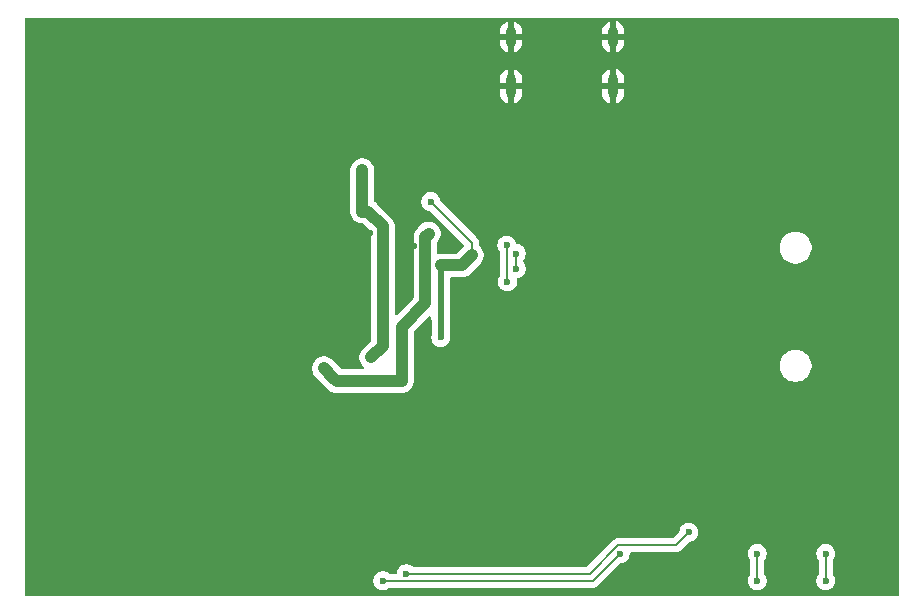
<source format=gbr>
%TF.GenerationSoftware,KiCad,Pcbnew,9.0.2*%
%TF.CreationDate,2025-06-25T14:41:33+05:30*%
%TF.ProjectId,DevBoard_F1C100s,44657642-6f61-4726-945f-463143313030,rev?*%
%TF.SameCoordinates,Original*%
%TF.FileFunction,Copper,L2,Bot*%
%TF.FilePolarity,Positive*%
%FSLAX46Y46*%
G04 Gerber Fmt 4.6, Leading zero omitted, Abs format (unit mm)*
G04 Created by KiCad (PCBNEW 9.0.2) date 2025-06-25 14:41:33*
%MOMM*%
%LPD*%
G01*
G04 APERTURE LIST*
%TA.AperFunction,HeatsinkPad*%
%ADD10O,0.900000X1.700000*%
%TD*%
%TA.AperFunction,HeatsinkPad*%
%ADD11O,0.900000X2.000000*%
%TD*%
%TA.AperFunction,ViaPad*%
%ADD12C,0.600000*%
%TD*%
%TA.AperFunction,Conductor*%
%ADD13C,0.200000*%
%TD*%
%TA.AperFunction,Conductor*%
%ADD14C,1.000000*%
%TD*%
%TA.AperFunction,Conductor*%
%ADD15C,0.500000*%
%TD*%
G04 APERTURE END LIST*
D10*
%TO.P,J101,S1,SHIELD*%
%TO.N,GND*%
X164867500Y-99260000D03*
D11*
X164867500Y-103430000D03*
D10*
X173507500Y-99260000D03*
D11*
X173507500Y-103430000D03*
%TD*%
D12*
%TO.N,GND*%
X195400000Y-108750000D03*
X192550000Y-108750000D03*
X189650000Y-108750000D03*
X189700000Y-101200000D03*
X155300000Y-132350000D03*
X165000000Y-142800000D03*
X186500000Y-108250000D03*
X184450000Y-124800000D03*
X184400000Y-117900000D03*
X196200000Y-133750000D03*
X190400000Y-133800000D03*
X184650000Y-133800000D03*
X177700000Y-130150000D03*
X178800000Y-133850000D03*
X172250000Y-134850000D03*
X173400000Y-130950000D03*
X170500000Y-125150000D03*
X169450000Y-118900000D03*
%TO.N,/3V3*%
X158050000Y-113200000D03*
%TO.N,GND*%
X168600000Y-110450000D03*
X163000000Y-108750000D03*
X158150000Y-99300000D03*
X157850000Y-103350000D03*
X155350000Y-102600000D03*
X149850000Y-102550000D03*
X151900000Y-104100000D03*
X149550000Y-109150000D03*
X147550000Y-106700000D03*
X146450000Y-107350000D03*
X145450000Y-103650000D03*
X138000000Y-102600000D03*
X138000000Y-108300000D03*
X124300000Y-108900000D03*
X124300000Y-105200000D03*
X131900000Y-98850000D03*
X152916535Y-115899608D03*
%TO.N,/2V6*%
X152250000Y-114050000D03*
%TO.N,GND*%
X156600000Y-116950000D03*
%TO.N,/3V3*%
X161550000Y-117750000D03*
X158900000Y-118600000D03*
X158900000Y-119700000D03*
X158900000Y-121500000D03*
X158900000Y-123100000D03*
X158900000Y-124700000D03*
%TO.N,/2V6*%
X153000000Y-126400000D03*
X152251000Y-110551000D03*
%TO.N,/1V1*%
X155600000Y-128400000D03*
X149014265Y-127314265D03*
X149800000Y-128100000D03*
X157901000Y-115907636D03*
%TO.N,/SW0*%
X179900000Y-141200000D03*
X156000000Y-144700000D03*
%TO.N,/SW1*%
X154000000Y-145300000D03*
X174100000Y-143000000D03*
%TO.N,/SW3*%
X191500000Y-143000000D03*
X191500000Y-145300000D03*
%TO.N,/SW2*%
X185700000Y-143000000D03*
X185700000Y-145300000D03*
%TO.N,/SPI0_MISO*%
X165300000Y-118879000D03*
X165300000Y-117600000D03*
%TO.N,/SPI0_CS*%
X164551473Y-120000000D03*
X164500000Y-116900000D03*
%TD*%
D13*
%TO.N,/3V3*%
X161550000Y-116700000D02*
X161550000Y-117750000D01*
X158050000Y-113200000D02*
X161550000Y-116700000D01*
D14*
%TO.N,/2V6*%
X154000000Y-115300000D02*
X154000000Y-125400000D01*
X152750000Y-114050000D02*
X154000000Y-115300000D01*
X154000000Y-125400000D02*
X153000000Y-126400000D01*
X152250000Y-114050000D02*
X152750000Y-114050000D01*
X152251000Y-110551000D02*
X152250000Y-110552000D01*
X152250000Y-110552000D02*
X152250000Y-114050000D01*
%TO.N,/3V3*%
X160700000Y-118600000D02*
X158900000Y-118600000D01*
X161550000Y-117750000D02*
X160700000Y-118600000D01*
%TO.N,/1V1*%
X155600000Y-123800000D02*
X155600000Y-128400000D01*
X150100000Y-128400000D02*
X149800000Y-128100000D01*
X157600000Y-116208636D02*
X157600000Y-121800000D01*
X155600000Y-128400000D02*
X150100000Y-128400000D01*
X157901000Y-115907636D02*
X157600000Y-116208636D01*
X149800000Y-128100000D02*
X149014265Y-127314265D01*
X157600000Y-121800000D02*
X155600000Y-123800000D01*
D13*
%TO.N,/SW0*%
X171500000Y-144700000D02*
X173900000Y-142300000D01*
X178800000Y-142300000D02*
X179900000Y-141200000D01*
X156000000Y-144700000D02*
X171500000Y-144700000D01*
X173900000Y-142300000D02*
X178800000Y-142300000D01*
%TO.N,/SW1*%
X154000000Y-145300000D02*
X171800000Y-145300000D01*
X171800000Y-145300000D02*
X174100000Y-143000000D01*
%TO.N,/SW3*%
X191500000Y-143000000D02*
X191500000Y-145300000D01*
%TO.N,/SW2*%
X185700000Y-143000000D02*
X185700000Y-145300000D01*
%TO.N,/SPI0_MISO*%
X165300000Y-118879000D02*
X165300000Y-117600000D01*
%TO.N,/SPI0_CS*%
X164500000Y-116900000D02*
X164500000Y-119948527D01*
X164500000Y-119948527D02*
X164551473Y-120000000D01*
D15*
%TO.N,/3V3*%
X158900000Y-118600000D02*
X158900000Y-123100000D01*
X158900000Y-123100000D02*
X158900000Y-124700000D01*
%TD*%
%TA.AperFunction,Conductor*%
%TO.N,GND*%
G36*
X197642539Y-97650185D02*
G01*
X197688294Y-97702989D01*
X197699500Y-97754500D01*
X197699500Y-146505500D01*
X197679815Y-146572539D01*
X197627011Y-146618294D01*
X197575500Y-146629500D01*
X123824500Y-146629500D01*
X123757461Y-146609815D01*
X123711706Y-146557011D01*
X123700500Y-146505500D01*
X123700500Y-145221153D01*
X153199500Y-145221153D01*
X153199500Y-145378846D01*
X153230261Y-145533489D01*
X153230264Y-145533501D01*
X153290602Y-145679172D01*
X153290609Y-145679185D01*
X153378210Y-145810288D01*
X153378213Y-145810292D01*
X153489707Y-145921786D01*
X153489711Y-145921789D01*
X153620814Y-146009390D01*
X153620827Y-146009397D01*
X153766498Y-146069735D01*
X153766503Y-146069737D01*
X153921153Y-146100499D01*
X153921156Y-146100500D01*
X153921158Y-146100500D01*
X154078844Y-146100500D01*
X154078845Y-146100499D01*
X154233497Y-146069737D01*
X154379179Y-146009394D01*
X154379185Y-146009390D01*
X154510875Y-145921398D01*
X154577553Y-145900520D01*
X154579766Y-145900500D01*
X171713331Y-145900500D01*
X171713347Y-145900501D01*
X171720943Y-145900501D01*
X171879054Y-145900501D01*
X171879057Y-145900501D01*
X172031785Y-145859577D01*
X172081904Y-145830639D01*
X172168716Y-145780520D01*
X172280520Y-145668716D01*
X172280520Y-145668714D01*
X172290728Y-145658507D01*
X172290729Y-145658504D01*
X174114662Y-143834572D01*
X174175983Y-143801089D01*
X174178150Y-143800638D01*
X174236085Y-143789113D01*
X174333497Y-143769737D01*
X174479179Y-143709394D01*
X174610289Y-143621789D01*
X174721789Y-143510289D01*
X174809394Y-143379179D01*
X174869737Y-143233497D01*
X174900500Y-143078842D01*
X174900500Y-143024500D01*
X174920185Y-142957461D01*
X174962087Y-142921153D01*
X184899500Y-142921153D01*
X184899500Y-143078846D01*
X184930261Y-143233489D01*
X184930264Y-143233501D01*
X184990602Y-143379172D01*
X184990609Y-143379185D01*
X185078602Y-143510874D01*
X185099480Y-143577551D01*
X185099500Y-143579765D01*
X185099500Y-144720234D01*
X185079815Y-144787273D01*
X185078602Y-144789125D01*
X184990609Y-144920814D01*
X184990602Y-144920827D01*
X184930264Y-145066498D01*
X184930261Y-145066510D01*
X184899500Y-145221153D01*
X184899500Y-145378846D01*
X184930261Y-145533489D01*
X184930264Y-145533501D01*
X184990602Y-145679172D01*
X184990609Y-145679185D01*
X185078210Y-145810288D01*
X185078213Y-145810292D01*
X185189707Y-145921786D01*
X185189711Y-145921789D01*
X185320814Y-146009390D01*
X185320827Y-146009397D01*
X185466498Y-146069735D01*
X185466503Y-146069737D01*
X185621153Y-146100499D01*
X185621156Y-146100500D01*
X185621158Y-146100500D01*
X185778844Y-146100500D01*
X185778845Y-146100499D01*
X185933497Y-146069737D01*
X186079179Y-146009394D01*
X186210289Y-145921789D01*
X186321789Y-145810289D01*
X186409394Y-145679179D01*
X186469737Y-145533497D01*
X186500500Y-145378842D01*
X186500500Y-145221158D01*
X186500500Y-145221155D01*
X186500499Y-145221153D01*
X186469738Y-145066510D01*
X186469737Y-145066503D01*
X186469735Y-145066498D01*
X186409397Y-144920827D01*
X186409390Y-144920814D01*
X186321398Y-144789125D01*
X186300520Y-144722447D01*
X186300500Y-144720234D01*
X186300500Y-143579765D01*
X186320185Y-143512726D01*
X186321398Y-143510874D01*
X186409390Y-143379185D01*
X186409390Y-143379184D01*
X186409394Y-143379179D01*
X186469737Y-143233497D01*
X186500500Y-143078842D01*
X186500500Y-142921158D01*
X186500500Y-142921155D01*
X186500499Y-142921153D01*
X190699500Y-142921153D01*
X190699500Y-143078846D01*
X190730261Y-143233489D01*
X190730264Y-143233501D01*
X190790602Y-143379172D01*
X190790609Y-143379185D01*
X190878602Y-143510874D01*
X190899480Y-143577551D01*
X190899500Y-143579765D01*
X190899500Y-144720234D01*
X190879815Y-144787273D01*
X190878602Y-144789125D01*
X190790609Y-144920814D01*
X190790602Y-144920827D01*
X190730264Y-145066498D01*
X190730261Y-145066510D01*
X190699500Y-145221153D01*
X190699500Y-145378846D01*
X190730261Y-145533489D01*
X190730264Y-145533501D01*
X190790602Y-145679172D01*
X190790609Y-145679185D01*
X190878210Y-145810288D01*
X190878213Y-145810292D01*
X190989707Y-145921786D01*
X190989711Y-145921789D01*
X191120814Y-146009390D01*
X191120827Y-146009397D01*
X191266498Y-146069735D01*
X191266503Y-146069737D01*
X191421153Y-146100499D01*
X191421156Y-146100500D01*
X191421158Y-146100500D01*
X191578844Y-146100500D01*
X191578845Y-146100499D01*
X191733497Y-146069737D01*
X191879179Y-146009394D01*
X192010289Y-145921789D01*
X192121789Y-145810289D01*
X192209394Y-145679179D01*
X192269737Y-145533497D01*
X192300500Y-145378842D01*
X192300500Y-145221158D01*
X192300500Y-145221155D01*
X192300499Y-145221153D01*
X192269738Y-145066510D01*
X192269737Y-145066503D01*
X192269735Y-145066498D01*
X192209397Y-144920827D01*
X192209390Y-144920814D01*
X192121398Y-144789125D01*
X192100520Y-144722447D01*
X192100500Y-144720234D01*
X192100500Y-143579765D01*
X192120185Y-143512726D01*
X192121398Y-143510874D01*
X192209390Y-143379185D01*
X192209390Y-143379184D01*
X192209394Y-143379179D01*
X192269737Y-143233497D01*
X192300500Y-143078842D01*
X192300500Y-142921158D01*
X192300500Y-142921155D01*
X192300499Y-142921153D01*
X192272525Y-142780520D01*
X192269737Y-142766503D01*
X192229233Y-142668716D01*
X192209397Y-142620827D01*
X192209390Y-142620814D01*
X192121789Y-142489711D01*
X192121786Y-142489707D01*
X192010292Y-142378213D01*
X192010288Y-142378210D01*
X191879185Y-142290609D01*
X191879172Y-142290602D01*
X191733501Y-142230264D01*
X191733489Y-142230261D01*
X191578845Y-142199500D01*
X191578842Y-142199500D01*
X191421158Y-142199500D01*
X191421155Y-142199500D01*
X191266510Y-142230261D01*
X191266498Y-142230264D01*
X191120827Y-142290602D01*
X191120814Y-142290609D01*
X190989711Y-142378210D01*
X190989707Y-142378213D01*
X190878213Y-142489707D01*
X190878210Y-142489711D01*
X190790609Y-142620814D01*
X190790602Y-142620827D01*
X190730264Y-142766498D01*
X190730261Y-142766510D01*
X190699500Y-142921153D01*
X186500499Y-142921153D01*
X186472525Y-142780520D01*
X186469737Y-142766503D01*
X186429233Y-142668716D01*
X186409397Y-142620827D01*
X186409390Y-142620814D01*
X186321789Y-142489711D01*
X186321786Y-142489707D01*
X186210292Y-142378213D01*
X186210288Y-142378210D01*
X186079185Y-142290609D01*
X186079172Y-142290602D01*
X185933501Y-142230264D01*
X185933489Y-142230261D01*
X185778845Y-142199500D01*
X185778842Y-142199500D01*
X185621158Y-142199500D01*
X185621155Y-142199500D01*
X185466510Y-142230261D01*
X185466498Y-142230264D01*
X185320827Y-142290602D01*
X185320814Y-142290609D01*
X185189711Y-142378210D01*
X185189707Y-142378213D01*
X185078213Y-142489707D01*
X185078210Y-142489711D01*
X184990609Y-142620814D01*
X184990602Y-142620827D01*
X184930264Y-142766498D01*
X184930261Y-142766510D01*
X184899500Y-142921153D01*
X174962087Y-142921153D01*
X174972989Y-142911706D01*
X175024500Y-142900500D01*
X178713331Y-142900500D01*
X178713347Y-142900501D01*
X178720943Y-142900501D01*
X178879054Y-142900501D01*
X178879057Y-142900501D01*
X179031785Y-142859577D01*
X179117211Y-142810256D01*
X179168716Y-142780520D01*
X179280520Y-142668716D01*
X179280520Y-142668714D01*
X179290724Y-142658511D01*
X179290727Y-142658506D01*
X179914662Y-142034572D01*
X179975983Y-142001089D01*
X179978150Y-142000638D01*
X180036085Y-141989113D01*
X180133497Y-141969737D01*
X180279179Y-141909394D01*
X180410289Y-141821789D01*
X180521789Y-141710289D01*
X180609394Y-141579179D01*
X180669737Y-141433497D01*
X180700500Y-141278842D01*
X180700500Y-141121158D01*
X180700500Y-141121155D01*
X180700499Y-141121153D01*
X180669738Y-140966510D01*
X180669738Y-140966508D01*
X180669737Y-140966503D01*
X180669735Y-140966498D01*
X180609397Y-140820827D01*
X180609390Y-140820814D01*
X180521789Y-140689711D01*
X180521786Y-140689707D01*
X180410292Y-140578213D01*
X180410288Y-140578210D01*
X180279185Y-140490609D01*
X180279172Y-140490602D01*
X180133501Y-140430264D01*
X180133489Y-140430261D01*
X179978845Y-140399500D01*
X179978842Y-140399500D01*
X179821158Y-140399500D01*
X179821155Y-140399500D01*
X179666510Y-140430261D01*
X179666498Y-140430264D01*
X179520827Y-140490602D01*
X179520814Y-140490609D01*
X179389711Y-140578210D01*
X179389707Y-140578213D01*
X179278213Y-140689707D01*
X179278210Y-140689711D01*
X179190609Y-140820814D01*
X179190602Y-140820827D01*
X179130264Y-140966498D01*
X179130261Y-140966508D01*
X179099361Y-141121850D01*
X179066976Y-141183761D01*
X179065425Y-141185339D01*
X178587584Y-141663181D01*
X178526261Y-141696666D01*
X178499903Y-141699500D01*
X173986670Y-141699500D01*
X173986654Y-141699499D01*
X173979058Y-141699499D01*
X173820943Y-141699499D01*
X173744579Y-141719961D01*
X173668214Y-141740423D01*
X173668209Y-141740426D01*
X173531290Y-141819475D01*
X173531282Y-141819481D01*
X171287584Y-144063181D01*
X171226261Y-144096666D01*
X171199903Y-144099500D01*
X156579766Y-144099500D01*
X156512727Y-144079815D01*
X156510875Y-144078602D01*
X156379185Y-143990609D01*
X156379172Y-143990602D01*
X156233501Y-143930264D01*
X156233489Y-143930261D01*
X156078845Y-143899500D01*
X156078842Y-143899500D01*
X155921158Y-143899500D01*
X155921155Y-143899500D01*
X155766510Y-143930261D01*
X155766498Y-143930264D01*
X155620827Y-143990602D01*
X155620814Y-143990609D01*
X155489711Y-144078210D01*
X155489707Y-144078213D01*
X155378213Y-144189707D01*
X155378210Y-144189711D01*
X155290609Y-144320814D01*
X155290602Y-144320827D01*
X155230264Y-144466498D01*
X155230261Y-144466508D01*
X155203769Y-144599692D01*
X155171384Y-144661603D01*
X155110668Y-144696177D01*
X155082152Y-144699500D01*
X154579766Y-144699500D01*
X154512727Y-144679815D01*
X154510875Y-144678602D01*
X154379185Y-144590609D01*
X154379172Y-144590602D01*
X154233501Y-144530264D01*
X154233489Y-144530261D01*
X154078845Y-144499500D01*
X154078842Y-144499500D01*
X153921158Y-144499500D01*
X153921155Y-144499500D01*
X153766510Y-144530261D01*
X153766498Y-144530264D01*
X153620827Y-144590602D01*
X153620814Y-144590609D01*
X153489711Y-144678210D01*
X153489707Y-144678213D01*
X153378213Y-144789707D01*
X153378210Y-144789711D01*
X153290609Y-144920814D01*
X153290602Y-144920827D01*
X153230264Y-145066498D01*
X153230261Y-145066510D01*
X153199500Y-145221153D01*
X123700500Y-145221153D01*
X123700500Y-127215720D01*
X148013765Y-127215720D01*
X148013765Y-127412809D01*
X148052212Y-127606093D01*
X148052214Y-127606101D01*
X148127632Y-127788175D01*
X148127637Y-127788185D01*
X148237125Y-127952045D01*
X148237128Y-127952049D01*
X149022861Y-128737781D01*
X149319735Y-129034655D01*
X149319764Y-129034686D01*
X149462214Y-129177136D01*
X149462218Y-129177139D01*
X149626079Y-129286628D01*
X149626092Y-129286635D01*
X149754833Y-129339961D01*
X149797744Y-129357735D01*
X149808164Y-129362051D01*
X149904812Y-129381275D01*
X149953135Y-129390887D01*
X150001458Y-129400500D01*
X150001459Y-129400500D01*
X155698543Y-129400500D01*
X155828582Y-129374632D01*
X155891835Y-129362051D01*
X156073914Y-129286632D01*
X156237782Y-129177139D01*
X156377139Y-129037782D01*
X156486632Y-128873914D01*
X156562051Y-128691835D01*
X156600500Y-128498541D01*
X156600500Y-126993713D01*
X187599500Y-126993713D01*
X187599500Y-127054381D01*
X187599500Y-127206287D01*
X187604427Y-127237395D01*
X187629820Y-127397722D01*
X187632754Y-127416243D01*
X187694440Y-127606093D01*
X187698444Y-127618414D01*
X187794951Y-127807820D01*
X187919890Y-127979786D01*
X188070213Y-128130109D01*
X188242179Y-128255048D01*
X188242181Y-128255049D01*
X188242184Y-128255051D01*
X188431588Y-128351557D01*
X188633757Y-128417246D01*
X188843713Y-128450500D01*
X188843714Y-128450500D01*
X189056286Y-128450500D01*
X189056287Y-128450500D01*
X189266243Y-128417246D01*
X189468412Y-128351557D01*
X189657816Y-128255051D01*
X189679789Y-128239086D01*
X189829786Y-128130109D01*
X189829788Y-128130106D01*
X189829792Y-128130104D01*
X189980104Y-127979792D01*
X189980106Y-127979788D01*
X189980109Y-127979786D01*
X190105048Y-127807820D01*
X190105047Y-127807820D01*
X190105051Y-127807816D01*
X190201557Y-127618412D01*
X190267246Y-127416243D01*
X190300500Y-127206287D01*
X190300500Y-126993713D01*
X190267246Y-126783757D01*
X190201557Y-126581588D01*
X190105051Y-126392184D01*
X190105049Y-126392181D01*
X190105048Y-126392179D01*
X189980109Y-126220213D01*
X189829786Y-126069890D01*
X189657820Y-125944951D01*
X189468414Y-125848444D01*
X189468413Y-125848443D01*
X189468412Y-125848443D01*
X189266243Y-125782754D01*
X189266241Y-125782753D01*
X189266240Y-125782753D01*
X189104957Y-125757208D01*
X189056287Y-125749500D01*
X188843713Y-125749500D01*
X188795042Y-125757208D01*
X188633760Y-125782753D01*
X188431585Y-125848444D01*
X188242179Y-125944951D01*
X188070213Y-126069890D01*
X187919890Y-126220213D01*
X187794951Y-126392179D01*
X187698444Y-126581585D01*
X187632753Y-126783760D01*
X187618475Y-126873910D01*
X187599500Y-126993713D01*
X156600500Y-126993713D01*
X156600500Y-124265782D01*
X156620185Y-124198743D01*
X156636819Y-124178101D01*
X157887852Y-122927067D01*
X157949173Y-122893584D01*
X158018865Y-122898568D01*
X158074798Y-122940440D01*
X158099215Y-123005904D01*
X158099094Y-123015066D01*
X158099500Y-123015066D01*
X158099500Y-123178846D01*
X158130261Y-123333489D01*
X158130263Y-123333497D01*
X158140061Y-123357151D01*
X158149500Y-123404604D01*
X158149500Y-124395396D01*
X158140062Y-124442844D01*
X158130263Y-124466503D01*
X158130262Y-124466506D01*
X158130260Y-124466511D01*
X158099500Y-124621153D01*
X158099500Y-124778846D01*
X158130261Y-124933489D01*
X158130264Y-124933501D01*
X158190602Y-125079172D01*
X158190609Y-125079185D01*
X158278210Y-125210288D01*
X158278213Y-125210292D01*
X158389707Y-125321786D01*
X158389711Y-125321789D01*
X158520814Y-125409390D01*
X158520827Y-125409397D01*
X158666498Y-125469735D01*
X158666503Y-125469737D01*
X158821153Y-125500499D01*
X158821156Y-125500500D01*
X158821158Y-125500500D01*
X158978844Y-125500500D01*
X158978845Y-125500499D01*
X159133497Y-125469737D01*
X159279179Y-125409394D01*
X159410289Y-125321789D01*
X159521789Y-125210289D01*
X159609394Y-125079179D01*
X159669737Y-124933497D01*
X159700500Y-124778842D01*
X159700500Y-124621158D01*
X159700500Y-124621155D01*
X159700499Y-124621153D01*
X159669739Y-124466511D01*
X159669738Y-124466508D01*
X159669737Y-124466503D01*
X159659937Y-124442844D01*
X159650500Y-124395396D01*
X159650500Y-123404604D01*
X159659939Y-123357151D01*
X159669737Y-123333497D01*
X159700500Y-123178842D01*
X159700500Y-123021158D01*
X159700500Y-123021155D01*
X159700499Y-123021153D01*
X159669739Y-122866511D01*
X159669738Y-122866508D01*
X159669737Y-122866503D01*
X159659937Y-122842844D01*
X159650500Y-122795396D01*
X159650500Y-121804604D01*
X159659939Y-121757151D01*
X159669737Y-121733497D01*
X159700500Y-121578842D01*
X159700500Y-121421158D01*
X159700500Y-121421155D01*
X159700499Y-121421153D01*
X159669739Y-121266511D01*
X159669738Y-121266508D01*
X159669737Y-121266503D01*
X159659937Y-121242844D01*
X159650500Y-121195396D01*
X159650500Y-120004604D01*
X159659939Y-119957151D01*
X159669737Y-119933497D01*
X159700500Y-119778842D01*
X159700500Y-119724500D01*
X159720185Y-119657461D01*
X159772989Y-119611706D01*
X159824500Y-119600500D01*
X160798542Y-119600500D01*
X160829566Y-119594328D01*
X160895188Y-119581275D01*
X160991836Y-119562051D01*
X161045165Y-119539961D01*
X161173914Y-119486632D01*
X161337782Y-119377139D01*
X161477139Y-119237782D01*
X161477139Y-119237780D01*
X161487347Y-119227573D01*
X161487348Y-119227570D01*
X162327140Y-118387781D01*
X162436632Y-118223914D01*
X162512052Y-118041835D01*
X162550501Y-117848540D01*
X162550501Y-117651459D01*
X162550501Y-117651456D01*
X162550500Y-117651454D01*
X162543928Y-117618414D01*
X162512052Y-117458164D01*
X162436632Y-117276085D01*
X162436631Y-117276084D01*
X162436628Y-117276078D01*
X162327140Y-117112218D01*
X162327137Y-117112214D01*
X162186819Y-116971896D01*
X162172115Y-116944968D01*
X162155523Y-116919150D01*
X162154631Y-116912949D01*
X162153334Y-116910573D01*
X162150500Y-116884215D01*
X162150500Y-116821153D01*
X163699500Y-116821153D01*
X163699500Y-116978846D01*
X163730261Y-117133489D01*
X163730264Y-117133501D01*
X163790602Y-117279172D01*
X163790609Y-117279185D01*
X163878602Y-117410874D01*
X163899480Y-117477551D01*
X163899500Y-117479765D01*
X163899500Y-119497269D01*
X163879815Y-119564308D01*
X163878602Y-119566159D01*
X163842085Y-119620810D01*
X163842075Y-119620828D01*
X163781737Y-119766498D01*
X163781734Y-119766510D01*
X163750973Y-119921153D01*
X163750973Y-120078846D01*
X163781734Y-120233489D01*
X163781737Y-120233501D01*
X163842075Y-120379172D01*
X163842082Y-120379185D01*
X163929683Y-120510288D01*
X163929686Y-120510292D01*
X164041180Y-120621786D01*
X164041184Y-120621789D01*
X164172287Y-120709390D01*
X164172300Y-120709397D01*
X164317971Y-120769735D01*
X164317976Y-120769737D01*
X164472626Y-120800499D01*
X164472629Y-120800500D01*
X164472631Y-120800500D01*
X164630317Y-120800500D01*
X164630318Y-120800499D01*
X164784970Y-120769737D01*
X164930652Y-120709394D01*
X165061762Y-120621789D01*
X165173262Y-120510289D01*
X165260867Y-120379179D01*
X165321210Y-120233497D01*
X165351973Y-120078842D01*
X165351973Y-119921158D01*
X165330947Y-119815455D01*
X165337174Y-119745866D01*
X165380036Y-119690688D01*
X165428373Y-119669648D01*
X165470471Y-119661273D01*
X165533497Y-119648737D01*
X165679179Y-119588394D01*
X165810289Y-119500789D01*
X165921789Y-119389289D01*
X166009394Y-119258179D01*
X166069737Y-119112497D01*
X166100500Y-118957842D01*
X166100500Y-118800158D01*
X166100500Y-118800155D01*
X166100499Y-118800153D01*
X166069738Y-118645510D01*
X166069737Y-118645503D01*
X166069735Y-118645498D01*
X166009397Y-118499827D01*
X166009390Y-118499814D01*
X165921398Y-118368125D01*
X165915747Y-118350078D01*
X165905523Y-118334169D01*
X165901071Y-118303207D01*
X165900520Y-118301447D01*
X165900500Y-118299234D01*
X165900500Y-118179765D01*
X165920185Y-118112726D01*
X165921398Y-118110874D01*
X166009390Y-117979185D01*
X166009390Y-117979184D01*
X166009394Y-117979179D01*
X166069737Y-117833497D01*
X166100500Y-117678842D01*
X166100500Y-117521158D01*
X166100500Y-117521155D01*
X166100499Y-117521153D01*
X166087971Y-117458171D01*
X166069737Y-117366503D01*
X166033569Y-117279185D01*
X166009397Y-117220827D01*
X166009390Y-117220814D01*
X165921789Y-117089711D01*
X165921786Y-117089707D01*
X165825792Y-116993713D01*
X187599500Y-116993713D01*
X187599500Y-117054381D01*
X187599500Y-117206287D01*
X187609534Y-117269644D01*
X187631903Y-117410874D01*
X187632754Y-117416243D01*
X187695708Y-117609996D01*
X187698444Y-117618414D01*
X187794951Y-117807820D01*
X187919890Y-117979786D01*
X188070213Y-118130109D01*
X188242179Y-118255048D01*
X188242181Y-118255049D01*
X188242184Y-118255051D01*
X188431588Y-118351557D01*
X188633757Y-118417246D01*
X188843713Y-118450500D01*
X188843714Y-118450500D01*
X189056286Y-118450500D01*
X189056287Y-118450500D01*
X189266243Y-118417246D01*
X189468412Y-118351557D01*
X189657816Y-118255051D01*
X189679789Y-118239086D01*
X189829786Y-118130109D01*
X189829788Y-118130106D01*
X189829792Y-118130104D01*
X189980104Y-117979792D01*
X189980106Y-117979788D01*
X189980109Y-117979786D01*
X190105048Y-117807820D01*
X190105047Y-117807820D01*
X190105051Y-117807816D01*
X190201557Y-117618412D01*
X190267246Y-117416243D01*
X190300500Y-117206287D01*
X190300500Y-116993713D01*
X190267246Y-116783757D01*
X190201557Y-116581588D01*
X190105051Y-116392184D01*
X190105049Y-116392181D01*
X190105048Y-116392179D01*
X189980109Y-116220213D01*
X189829786Y-116069890D01*
X189657820Y-115944951D01*
X189468414Y-115848444D01*
X189468413Y-115848443D01*
X189468412Y-115848443D01*
X189266243Y-115782754D01*
X189266241Y-115782753D01*
X189266240Y-115782753D01*
X189104957Y-115757208D01*
X189056287Y-115749500D01*
X188843713Y-115749500D01*
X188795042Y-115757208D01*
X188633760Y-115782753D01*
X188431585Y-115848444D01*
X188242179Y-115944951D01*
X188070213Y-116069890D01*
X187919890Y-116220213D01*
X187794951Y-116392179D01*
X187698444Y-116581585D01*
X187632753Y-116783760D01*
X187606748Y-116947949D01*
X187599500Y-116993713D01*
X165825792Y-116993713D01*
X165810292Y-116978213D01*
X165810288Y-116978210D01*
X165679185Y-116890609D01*
X165679172Y-116890602D01*
X165533501Y-116830264D01*
X165533491Y-116830261D01*
X165374048Y-116798545D01*
X165312137Y-116766160D01*
X165277563Y-116705444D01*
X165276623Y-116701119D01*
X165273218Y-116684003D01*
X165269737Y-116666503D01*
X165251741Y-116623056D01*
X165209397Y-116520827D01*
X165209390Y-116520814D01*
X165121789Y-116389711D01*
X165121786Y-116389707D01*
X165010292Y-116278213D01*
X165010288Y-116278210D01*
X164879185Y-116190609D01*
X164879172Y-116190602D01*
X164733501Y-116130264D01*
X164733489Y-116130261D01*
X164578845Y-116099500D01*
X164578842Y-116099500D01*
X164421158Y-116099500D01*
X164421155Y-116099500D01*
X164266510Y-116130261D01*
X164266498Y-116130264D01*
X164120827Y-116190602D01*
X164120814Y-116190609D01*
X163989711Y-116278210D01*
X163989707Y-116278213D01*
X163878213Y-116389707D01*
X163878210Y-116389711D01*
X163790609Y-116520814D01*
X163790602Y-116520827D01*
X163730264Y-116666498D01*
X163730261Y-116666510D01*
X163699500Y-116821153D01*
X162150500Y-116821153D01*
X162150500Y-116620945D01*
X162150500Y-116620943D01*
X162109577Y-116468216D01*
X162109573Y-116468209D01*
X162030524Y-116331290D01*
X162030521Y-116331286D01*
X162030520Y-116331284D01*
X161918716Y-116219480D01*
X161918715Y-116219479D01*
X161914385Y-116215149D01*
X161914374Y-116215139D01*
X158884574Y-113185339D01*
X158851089Y-113124016D01*
X158850638Y-113121849D01*
X158819738Y-112966510D01*
X158819737Y-112966503D01*
X158819735Y-112966498D01*
X158759397Y-112820827D01*
X158759390Y-112820814D01*
X158671789Y-112689711D01*
X158671786Y-112689707D01*
X158560292Y-112578213D01*
X158560288Y-112578210D01*
X158429185Y-112490609D01*
X158429172Y-112490602D01*
X158283501Y-112430264D01*
X158283489Y-112430261D01*
X158128845Y-112399500D01*
X158128842Y-112399500D01*
X157971158Y-112399500D01*
X157971155Y-112399500D01*
X157816510Y-112430261D01*
X157816498Y-112430264D01*
X157670827Y-112490602D01*
X157670814Y-112490609D01*
X157539711Y-112578210D01*
X157539707Y-112578213D01*
X157428213Y-112689707D01*
X157428210Y-112689711D01*
X157340609Y-112820814D01*
X157340602Y-112820827D01*
X157280264Y-112966498D01*
X157280261Y-112966510D01*
X157249500Y-113121153D01*
X157249500Y-113278846D01*
X157280261Y-113433489D01*
X157280264Y-113433501D01*
X157340602Y-113579172D01*
X157340609Y-113579185D01*
X157428210Y-113710288D01*
X157428213Y-113710292D01*
X157539707Y-113821786D01*
X157539711Y-113821789D01*
X157670814Y-113909390D01*
X157670827Y-113909397D01*
X157816498Y-113969735D01*
X157816503Y-113969737D01*
X157881147Y-113982595D01*
X157971849Y-114000638D01*
X158033760Y-114033023D01*
X158035339Y-114034574D01*
X160855240Y-116854475D01*
X160888725Y-116915798D01*
X160883741Y-116985490D01*
X160855240Y-117029837D01*
X160321899Y-117563181D01*
X160260576Y-117596666D01*
X160234218Y-117599500D01*
X158801459Y-117599500D01*
X158748690Y-117609996D01*
X158679099Y-117603767D01*
X158623922Y-117560904D01*
X158600678Y-117495014D01*
X158600500Y-117488378D01*
X158600500Y-116674419D01*
X158620185Y-116607380D01*
X158636819Y-116586738D01*
X158651171Y-116572385D01*
X158678139Y-116545418D01*
X158787631Y-116381550D01*
X158863051Y-116199472D01*
X158901500Y-116006176D01*
X158901500Y-115809096D01*
X158901500Y-115809093D01*
X158901499Y-115809091D01*
X158892884Y-115765782D01*
X158863051Y-115615801D01*
X158787631Y-115433722D01*
X158787630Y-115433721D01*
X158787627Y-115433715D01*
X158678139Y-115269855D01*
X158678136Y-115269851D01*
X158538784Y-115130499D01*
X158538780Y-115130496D01*
X158374920Y-115021008D01*
X158374911Y-115021003D01*
X158192835Y-114945585D01*
X158192827Y-114945583D01*
X157999543Y-114907136D01*
X157999540Y-114907136D01*
X157802460Y-114907136D01*
X157802457Y-114907136D01*
X157609171Y-114945583D01*
X157609163Y-114945585D01*
X157427084Y-115021005D01*
X157263219Y-115130495D01*
X157263212Y-115130501D01*
X156962220Y-115431495D01*
X156962218Y-115431497D01*
X156892538Y-115501176D01*
X156822859Y-115570855D01*
X156713371Y-115734715D01*
X156713364Y-115734728D01*
X156637950Y-115916796D01*
X156637947Y-115916806D01*
X156599500Y-116110092D01*
X156599500Y-121334218D01*
X156579815Y-121401257D01*
X156563181Y-121421899D01*
X155212181Y-122772899D01*
X155150858Y-122806384D01*
X155081166Y-122801400D01*
X155025233Y-122759528D01*
X155000816Y-122694064D01*
X155000500Y-122685218D01*
X155000500Y-115201456D01*
X154962052Y-115008170D01*
X154962051Y-115008169D01*
X154962051Y-115008165D01*
X154932423Y-114936635D01*
X154886635Y-114826092D01*
X154886628Y-114826079D01*
X154777139Y-114662218D01*
X154777136Y-114662214D01*
X154634686Y-114519764D01*
X154634655Y-114519735D01*
X153531479Y-113416559D01*
X153531459Y-113416537D01*
X153387785Y-113272863D01*
X153387781Y-113272860D01*
X153305609Y-113217954D01*
X153260804Y-113164342D01*
X153250500Y-113114852D01*
X153250500Y-110665787D01*
X153251097Y-110653635D01*
X153251500Y-110649542D01*
X153251500Y-110452457D01*
X153251499Y-110452455D01*
X153213053Y-110259170D01*
X153213051Y-110259166D01*
X153213051Y-110259164D01*
X153137631Y-110077086D01*
X153137629Y-110077083D01*
X153137627Y-110077079D01*
X153028139Y-109913219D01*
X153028136Y-109913215D01*
X152888784Y-109773863D01*
X152888780Y-109773860D01*
X152724920Y-109664372D01*
X152724910Y-109664367D01*
X152542836Y-109588949D01*
X152542828Y-109588947D01*
X152349543Y-109550500D01*
X152349540Y-109550500D01*
X152152460Y-109550500D01*
X152152457Y-109550500D01*
X151959171Y-109588947D01*
X151959163Y-109588949D01*
X151777089Y-109664367D01*
X151777079Y-109664372D01*
X151613221Y-109773859D01*
X151613219Y-109773860D01*
X151612221Y-109774858D01*
X151612218Y-109774861D01*
X151542538Y-109844540D01*
X151472859Y-109914219D01*
X151363371Y-110078079D01*
X151363364Y-110078091D01*
X151324542Y-110171821D01*
X151288365Y-110259163D01*
X151288362Y-110259170D01*
X151287948Y-110260168D01*
X151249500Y-110453456D01*
X151249500Y-110453459D01*
X151249500Y-114148541D01*
X151249500Y-114148543D01*
X151249499Y-114148543D01*
X151287947Y-114341829D01*
X151287950Y-114341839D01*
X151363364Y-114523907D01*
X151363371Y-114523920D01*
X151472860Y-114687781D01*
X151472863Y-114687785D01*
X151612214Y-114827136D01*
X151612218Y-114827139D01*
X151776079Y-114936628D01*
X151776092Y-114936635D01*
X151948771Y-115008160D01*
X151958165Y-115012051D01*
X151958169Y-115012051D01*
X151958170Y-115012052D01*
X152151456Y-115050500D01*
X152151459Y-115050500D01*
X152284218Y-115050500D01*
X152351257Y-115070185D01*
X152371899Y-115086819D01*
X152963181Y-115678101D01*
X152996666Y-115739424D01*
X152999500Y-115765782D01*
X152999500Y-124934217D01*
X152979815Y-125001256D01*
X152963181Y-125021898D01*
X152222863Y-125762215D01*
X152222860Y-125762219D01*
X152113372Y-125926079D01*
X152113367Y-125926089D01*
X152037949Y-126108163D01*
X152037947Y-126108171D01*
X151999500Y-126301455D01*
X151999500Y-126498544D01*
X152037947Y-126691828D01*
X152037949Y-126691836D01*
X152113367Y-126873910D01*
X152113372Y-126873920D01*
X152222860Y-127037780D01*
X152222863Y-127037784D01*
X152362213Y-127177134D01*
X152365276Y-127179648D01*
X152366448Y-127181369D01*
X152366526Y-127181447D01*
X152366511Y-127181461D01*
X152404609Y-127237395D01*
X152406478Y-127307239D01*
X152370290Y-127367007D01*
X152307533Y-127397722D01*
X152286609Y-127399500D01*
X150565782Y-127399500D01*
X150536341Y-127390855D01*
X150506355Y-127384332D01*
X150501339Y-127380577D01*
X150498743Y-127379815D01*
X150478101Y-127363181D01*
X150437781Y-127322861D01*
X149652049Y-126537128D01*
X149652045Y-126537125D01*
X149488185Y-126427637D01*
X149488175Y-126427632D01*
X149306101Y-126352214D01*
X149306093Y-126352212D01*
X149112808Y-126313765D01*
X149112805Y-126313765D01*
X148915725Y-126313765D01*
X148915722Y-126313765D01*
X148722436Y-126352212D01*
X148722428Y-126352214D01*
X148540354Y-126427632D01*
X148540344Y-126427637D01*
X148376484Y-126537125D01*
X148376480Y-126537128D01*
X148237128Y-126676480D01*
X148237125Y-126676484D01*
X148127637Y-126840344D01*
X148127632Y-126840354D01*
X148052214Y-127022428D01*
X148052212Y-127022436D01*
X148013765Y-127215720D01*
X123700500Y-127215720D01*
X123700500Y-102786428D01*
X163917500Y-102786428D01*
X163917500Y-103180000D01*
X164567500Y-103180000D01*
X164567500Y-103680000D01*
X163917500Y-103680000D01*
X163917500Y-104073571D01*
X163954006Y-104257097D01*
X163954008Y-104257105D01*
X164025619Y-104429991D01*
X164025624Y-104430000D01*
X164129586Y-104585589D01*
X164129589Y-104585593D01*
X164261906Y-104717910D01*
X164261910Y-104717913D01*
X164417499Y-104821875D01*
X164417512Y-104821882D01*
X164590389Y-104893489D01*
X164590396Y-104893491D01*
X164617500Y-104898882D01*
X164617500Y-104146988D01*
X164627440Y-104164205D01*
X164683295Y-104220060D01*
X164751704Y-104259556D01*
X164828004Y-104280000D01*
X164906996Y-104280000D01*
X164983296Y-104259556D01*
X165051705Y-104220060D01*
X165107560Y-104164205D01*
X165117500Y-104146988D01*
X165117500Y-104898881D01*
X165144603Y-104893491D01*
X165144610Y-104893489D01*
X165317487Y-104821882D01*
X165317500Y-104821875D01*
X165473089Y-104717913D01*
X165473093Y-104717910D01*
X165605410Y-104585593D01*
X165605413Y-104585589D01*
X165709375Y-104430000D01*
X165709380Y-104429991D01*
X165780991Y-104257105D01*
X165780993Y-104257097D01*
X165817499Y-104073571D01*
X165817500Y-104073569D01*
X165817500Y-103680000D01*
X165167500Y-103680000D01*
X165167500Y-103180000D01*
X165817500Y-103180000D01*
X165817500Y-102786430D01*
X165817499Y-102786428D01*
X172557500Y-102786428D01*
X172557500Y-103180000D01*
X173207500Y-103180000D01*
X173207500Y-103680000D01*
X172557500Y-103680000D01*
X172557500Y-104073571D01*
X172594006Y-104257097D01*
X172594008Y-104257105D01*
X172665619Y-104429991D01*
X172665624Y-104430000D01*
X172769586Y-104585589D01*
X172769589Y-104585593D01*
X172901906Y-104717910D01*
X172901910Y-104717913D01*
X173057499Y-104821875D01*
X173057512Y-104821882D01*
X173230389Y-104893489D01*
X173230396Y-104893491D01*
X173257500Y-104898882D01*
X173257500Y-104146988D01*
X173267440Y-104164205D01*
X173323295Y-104220060D01*
X173391704Y-104259556D01*
X173468004Y-104280000D01*
X173546996Y-104280000D01*
X173623296Y-104259556D01*
X173691705Y-104220060D01*
X173747560Y-104164205D01*
X173757500Y-104146988D01*
X173757500Y-104898881D01*
X173784603Y-104893491D01*
X173784610Y-104893489D01*
X173957487Y-104821882D01*
X173957500Y-104821875D01*
X174113089Y-104717913D01*
X174113093Y-104717910D01*
X174245410Y-104585593D01*
X174245413Y-104585589D01*
X174349375Y-104430000D01*
X174349380Y-104429991D01*
X174420991Y-104257105D01*
X174420993Y-104257097D01*
X174457499Y-104073571D01*
X174457500Y-104073569D01*
X174457500Y-103680000D01*
X173807500Y-103680000D01*
X173807500Y-103180000D01*
X174457500Y-103180000D01*
X174457500Y-102786430D01*
X174457499Y-102786428D01*
X174420993Y-102602902D01*
X174420991Y-102602894D01*
X174349380Y-102430008D01*
X174349375Y-102429999D01*
X174245413Y-102274410D01*
X174245410Y-102274406D01*
X174113093Y-102142089D01*
X174113089Y-102142086D01*
X173957500Y-102038124D01*
X173957491Y-102038119D01*
X173784603Y-101966507D01*
X173784600Y-101966506D01*
X173757500Y-101961115D01*
X173757500Y-102713011D01*
X173747560Y-102695795D01*
X173691705Y-102639940D01*
X173623296Y-102600444D01*
X173546996Y-102580000D01*
X173468004Y-102580000D01*
X173391704Y-102600444D01*
X173323295Y-102639940D01*
X173267440Y-102695795D01*
X173257500Y-102713011D01*
X173257500Y-101961116D01*
X173257499Y-101961115D01*
X173230399Y-101966506D01*
X173230396Y-101966507D01*
X173057508Y-102038119D01*
X173057499Y-102038124D01*
X172901910Y-102142086D01*
X172901906Y-102142089D01*
X172769589Y-102274406D01*
X172769586Y-102274410D01*
X172665624Y-102429999D01*
X172665619Y-102430008D01*
X172594008Y-102602894D01*
X172594006Y-102602902D01*
X172557500Y-102786428D01*
X165817499Y-102786428D01*
X165780993Y-102602902D01*
X165780991Y-102602894D01*
X165709380Y-102430008D01*
X165709375Y-102429999D01*
X165605413Y-102274410D01*
X165605410Y-102274406D01*
X165473093Y-102142089D01*
X165473089Y-102142086D01*
X165317500Y-102038124D01*
X165317491Y-102038119D01*
X165144603Y-101966507D01*
X165144600Y-101966506D01*
X165117500Y-101961115D01*
X165117500Y-102713011D01*
X165107560Y-102695795D01*
X165051705Y-102639940D01*
X164983296Y-102600444D01*
X164906996Y-102580000D01*
X164828004Y-102580000D01*
X164751704Y-102600444D01*
X164683295Y-102639940D01*
X164627440Y-102695795D01*
X164617500Y-102713011D01*
X164617500Y-101961116D01*
X164617499Y-101961115D01*
X164590399Y-101966506D01*
X164590396Y-101966507D01*
X164417508Y-102038119D01*
X164417499Y-102038124D01*
X164261910Y-102142086D01*
X164261906Y-102142089D01*
X164129589Y-102274406D01*
X164129586Y-102274410D01*
X164025624Y-102429999D01*
X164025619Y-102430008D01*
X163954008Y-102602894D01*
X163954006Y-102602902D01*
X163917500Y-102786428D01*
X123700500Y-102786428D01*
X123700500Y-98766428D01*
X163917500Y-98766428D01*
X163917500Y-99010000D01*
X164567500Y-99010000D01*
X164567500Y-99510000D01*
X163917500Y-99510000D01*
X163917500Y-99753571D01*
X163954006Y-99937097D01*
X163954008Y-99937105D01*
X164025619Y-100109991D01*
X164025624Y-100110000D01*
X164129586Y-100265589D01*
X164129589Y-100265593D01*
X164261906Y-100397910D01*
X164261910Y-100397913D01*
X164417499Y-100501875D01*
X164417512Y-100501882D01*
X164590389Y-100573489D01*
X164590396Y-100573491D01*
X164617500Y-100578882D01*
X164617500Y-99826988D01*
X164627440Y-99844205D01*
X164683295Y-99900060D01*
X164751704Y-99939556D01*
X164828004Y-99960000D01*
X164906996Y-99960000D01*
X164983296Y-99939556D01*
X165051705Y-99900060D01*
X165107560Y-99844205D01*
X165117500Y-99826988D01*
X165117500Y-100578881D01*
X165144603Y-100573491D01*
X165144610Y-100573489D01*
X165317487Y-100501882D01*
X165317500Y-100501875D01*
X165473089Y-100397913D01*
X165473093Y-100397910D01*
X165605410Y-100265593D01*
X165605413Y-100265589D01*
X165709375Y-100110000D01*
X165709380Y-100109991D01*
X165780991Y-99937105D01*
X165780993Y-99937097D01*
X165817499Y-99753571D01*
X165817500Y-99753569D01*
X165817500Y-99510000D01*
X165167500Y-99510000D01*
X165167500Y-99010000D01*
X165817500Y-99010000D01*
X165817500Y-98766430D01*
X165817499Y-98766428D01*
X172557500Y-98766428D01*
X172557500Y-99010000D01*
X173207500Y-99010000D01*
X173207500Y-99510000D01*
X172557500Y-99510000D01*
X172557500Y-99753571D01*
X172594006Y-99937097D01*
X172594008Y-99937105D01*
X172665619Y-100109991D01*
X172665624Y-100110000D01*
X172769586Y-100265589D01*
X172769589Y-100265593D01*
X172901906Y-100397910D01*
X172901910Y-100397913D01*
X173057499Y-100501875D01*
X173057512Y-100501882D01*
X173230389Y-100573489D01*
X173230396Y-100573491D01*
X173257500Y-100578882D01*
X173257500Y-99826988D01*
X173267440Y-99844205D01*
X173323295Y-99900060D01*
X173391704Y-99939556D01*
X173468004Y-99960000D01*
X173546996Y-99960000D01*
X173623296Y-99939556D01*
X173691705Y-99900060D01*
X173747560Y-99844205D01*
X173757500Y-99826988D01*
X173757500Y-100578881D01*
X173784603Y-100573491D01*
X173784610Y-100573489D01*
X173957487Y-100501882D01*
X173957500Y-100501875D01*
X174113089Y-100397913D01*
X174113093Y-100397910D01*
X174245410Y-100265593D01*
X174245413Y-100265589D01*
X174349375Y-100110000D01*
X174349380Y-100109991D01*
X174420991Y-99937105D01*
X174420993Y-99937097D01*
X174457499Y-99753571D01*
X174457500Y-99753569D01*
X174457500Y-99510000D01*
X173807500Y-99510000D01*
X173807500Y-99010000D01*
X174457500Y-99010000D01*
X174457500Y-98766430D01*
X174457499Y-98766428D01*
X174420993Y-98582902D01*
X174420991Y-98582894D01*
X174349380Y-98410008D01*
X174349375Y-98409999D01*
X174245413Y-98254410D01*
X174245410Y-98254406D01*
X174113093Y-98122089D01*
X174113089Y-98122086D01*
X173957500Y-98018124D01*
X173957491Y-98018119D01*
X173784603Y-97946507D01*
X173784600Y-97946506D01*
X173757500Y-97941115D01*
X173757500Y-98693011D01*
X173747560Y-98675795D01*
X173691705Y-98619940D01*
X173623296Y-98580444D01*
X173546996Y-98560000D01*
X173468004Y-98560000D01*
X173391704Y-98580444D01*
X173323295Y-98619940D01*
X173267440Y-98675795D01*
X173257500Y-98693011D01*
X173257500Y-97941116D01*
X173257499Y-97941115D01*
X173230399Y-97946506D01*
X173230396Y-97946507D01*
X173057508Y-98018119D01*
X173057499Y-98018124D01*
X172901910Y-98122086D01*
X172901906Y-98122089D01*
X172769589Y-98254406D01*
X172769586Y-98254410D01*
X172665624Y-98409999D01*
X172665619Y-98410008D01*
X172594008Y-98582894D01*
X172594006Y-98582902D01*
X172557500Y-98766428D01*
X165817499Y-98766428D01*
X165780993Y-98582902D01*
X165780991Y-98582894D01*
X165709380Y-98410008D01*
X165709375Y-98409999D01*
X165605413Y-98254410D01*
X165605410Y-98254406D01*
X165473093Y-98122089D01*
X165473089Y-98122086D01*
X165317500Y-98018124D01*
X165317491Y-98018119D01*
X165144603Y-97946507D01*
X165144600Y-97946506D01*
X165117500Y-97941115D01*
X165117500Y-98693011D01*
X165107560Y-98675795D01*
X165051705Y-98619940D01*
X164983296Y-98580444D01*
X164906996Y-98560000D01*
X164828004Y-98560000D01*
X164751704Y-98580444D01*
X164683295Y-98619940D01*
X164627440Y-98675795D01*
X164617500Y-98693011D01*
X164617500Y-97941116D01*
X164617499Y-97941115D01*
X164590399Y-97946506D01*
X164590396Y-97946507D01*
X164417508Y-98018119D01*
X164417499Y-98018124D01*
X164261910Y-98122086D01*
X164261906Y-98122089D01*
X164129589Y-98254406D01*
X164129586Y-98254410D01*
X164025624Y-98409999D01*
X164025619Y-98410008D01*
X163954008Y-98582894D01*
X163954006Y-98582902D01*
X163917500Y-98766428D01*
X123700500Y-98766428D01*
X123700500Y-97754500D01*
X123720185Y-97687461D01*
X123772989Y-97641706D01*
X123824500Y-97630500D01*
X197575500Y-97630500D01*
X197642539Y-97650185D01*
G37*
%TD.AperFunction*%
%TD*%
M02*

</source>
